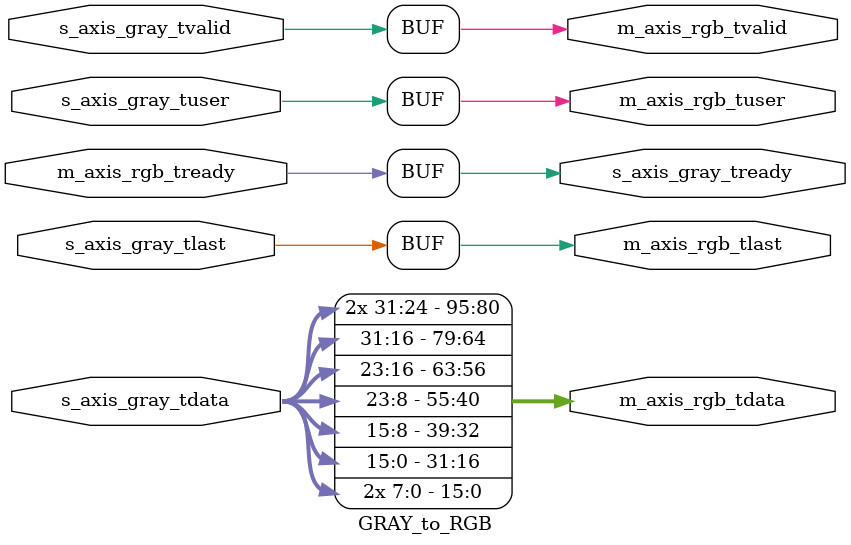
<source format=sv>

`timescale 1 ns / 1 ps

	module GRAY_to_RGB #
	(
		parameter DATA_WIDTH = 8, 	// pixel's data width
		parameter PPC = 4 			// pixels per clock
	)
	(
        
		input wire  s_axis_gray_tvalid,
		input wire [DATA_WIDTH*PPC-1 : 0] s_axis_gray_tdata,
		input wire  s_axis_gray_tuser,
		input wire  s_axis_gray_tlast,
		output reg  s_axis_gray_tready,

		input wire  m_axis_rgb_tready,
		output reg [DATA_WIDTH*PPC*3-1 : 0] m_axis_rgb_tdata,
		output reg  m_axis_rgb_tuser,
		output reg  m_axis_rgb_tlast,
		output reg  m_axis_rgb_tvalid

	);
    
   
	always @(*) begin
		for(integer i = PPC; i > 0; i = i - 1) begin
		   m_axis_rgb_tdata[i * 3 * DATA_WIDTH - 0 * DATA_WIDTH - 1 -: DATA_WIDTH] <= s_axis_gray_tdata[i*DATA_WIDTH-1-:DATA_WIDTH];
		   m_axis_rgb_tdata[i * 3 * DATA_WIDTH - 2 * DATA_WIDTH - 1 -: DATA_WIDTH] <= s_axis_gray_tdata[i*DATA_WIDTH-1-:DATA_WIDTH];
		   m_axis_rgb_tdata[i * 3 * DATA_WIDTH - 1 * DATA_WIDTH - 1 -: DATA_WIDTH] <= s_axis_gray_tdata[i*DATA_WIDTH-1-:DATA_WIDTH];
		end
		m_axis_rgb_tvalid <= s_axis_gray_tvalid;
		m_axis_rgb_tuser <= s_axis_gray_tuser;
		m_axis_rgb_tlast <= s_axis_gray_tlast;
		s_axis_gray_tready <= m_axis_rgb_tready;
	end
	
	
	endmodule

</source>
